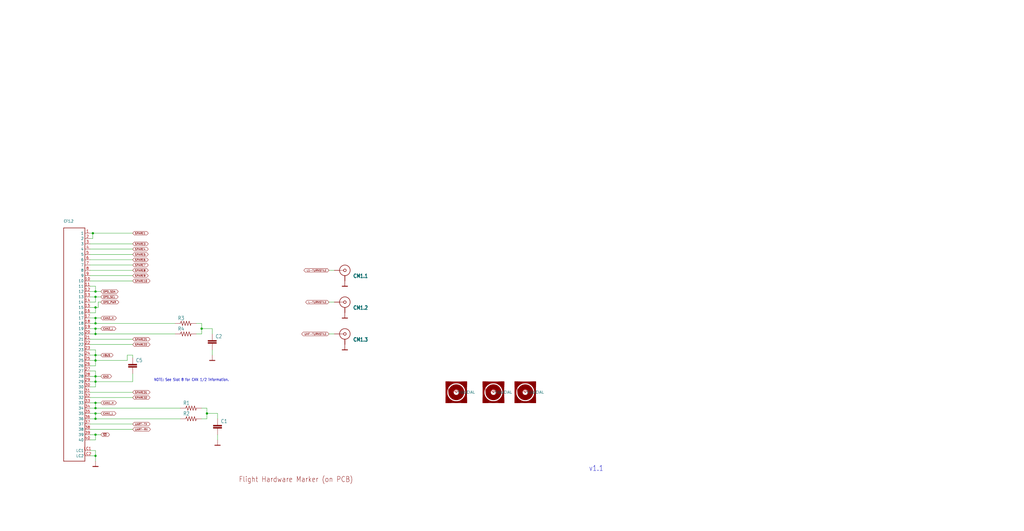
<source format=kicad_sch>
(kicad_sch (version 20211123) (generator eeschema)
  (paper "User" 490.22 254.406)
  (lib_symbols
    (symbol "oresat-backplane-1u-eagle-import:C-EU0603-C-NOSILK"
      (property "Reference" "C" (at 1.524 0.381 0))
      (property "Value" "C-EU0603-C-NOSILK" (at 1.524 -4.699 0))
      (symbol "C-EU0603-C-NOSILK_1_0"
        (rectangle (start -2.032 -2.032) (end 2.032 -1.524) (fill (type outline)))
        (rectangle (start -2.032 -1.016) (end 2.032 -0.508) (fill (type outline)))
        (polyline (pts (xy 0 -2.54) (xy 0 -2.032)) (stroke (width 0.1524)))
        (polyline (pts (xy 0 0) (xy 0 -0.508)) (stroke (width 0.1524)))
        (pin passive line (at 0 2.54 270) (length 2.54) (name "1") (number "1"))
        (pin passive line (at 0 -5.08 90) (length 2.54) (name "2") (number "2"))
      )
    )
    (symbol "oresat-backplane-1u-eagle-import:C-EU1206-B"
      (property "Reference" "C" (at 1.524 0.381 0))
      (property "Value" "C-EU1206-B" (at 1.524 -4.699 0))
      (symbol "C-EU1206-B_1_0"
        (rectangle (start -2.032 -2.032) (end 2.032 -1.524) (fill (type outline)))
        (rectangle (start -2.032 -1.016) (end 2.032 -0.508) (fill (type outline)))
        (polyline (pts (xy 0 -2.54) (xy 0 -2.032)) (stroke (width 0.1524)))
        (polyline (pts (xy 0 0) (xy 0 -0.508)) (stroke (width 0.1524)))
        (pin passive line (at 0 2.54 270) (length 2.54) (name "1") (number "1"))
        (pin passive line (at 0 -5.08 90) (length 2.54) (name "2") (number "2"))
      )
    )
    (symbol "oresat-backplane-1u-eagle-import:FIDUCIAL-1.0X2.0"
      (symbol "FIDUCIAL-1.0X2.0_1_0"
        (rectangle (start -5.08 -5.08) (end -3.556 -2.54) (fill (type outline)))
        (rectangle (start -5.08 -5.08) (end -2.54 -3.556) (fill (type outline)))
        (rectangle (start -5.08 2.54) (end -3.556 5.08) (fill (type outline)))
        (rectangle (start -5.08 3.556) (end -2.54 5.08) (fill (type outline)))
        (polyline (pts (xy -5.08 -5.08) (xy -5.08 5.08)) (stroke (width 0.127)))
        (polyline (pts (xy -5.08 -5.08) (xy 5.08 -5.08)) (stroke (width 0.127)))
        (polyline (pts (xy -5.08 5.08) (xy 5.08 5.08)) (stroke (width 0.127)))
        (polyline (pts (xy -4.699 2.54) (xy -4.699 -2.54)) (stroke (width 0.762)))
        (polyline (pts (xy -2.54 -4.699) (xy 2.54 -4.699)) (stroke (width 0.762)))
        (polyline (pts (xy -2.54 4.699) (xy 2.54 4.699)) (stroke (width 0.762)))
        (polyline (pts (xy 4.699 -2.54) (xy 4.699 2.54)) (stroke (width 0.762)))
        (polyline (pts (xy 5.08 5.08) (xy 5.08 -5.08)) (stroke (width 0.127)))
        (circle (center 0 0) (radius 2.54) (stroke (width 2.54)))
        (circle (center 0 0) (radius 4.699) (stroke (width 0.762)))
        (rectangle (start 2.54 -5.08) (end 5.08 -3.556) (fill (type outline)))
        (rectangle (start 2.54 3.556) (end 5.08 5.08) (fill (type outline)))
        (rectangle (start 3.556 -5.08) (end 5.08 -2.54) (fill (type outline)))
        (rectangle (start 3.556 2.54) (end 5.08 5.08) (fill (type outline)))
        (pin no_connect line (at 0 0 0) (length 0) (name "FIDUCIAL") (number "FIDUCIAL"))
      )
    )
    (symbol "oresat-backplane-1u-eagle-import:FLIGHMARKERNEW"
      (symbol "FLIGHMARKERNEW_1_0"
        (text "Flight Hardware Marker (on PCB)" (at 0 0 0) (effects (font (size 2.54 2.159)) (justify left bottom)))
      )
    )
    (symbol "oresat-backplane-1u-eagle-import:GND" (power)
      (symbol "GND_1_0"
        (polyline (pts (xy -1.27 -2.54) (xy 1.27 -2.54)) (stroke (width 0.4064)))
        (pin power_in line (at 0 0 270) (length 2.54) (name "GND") (number "1"))
      )
    )
    (symbol "oresat-backplane-1u-eagle-import:J-MOLEX-SMPM-73300-0111X"
      (property "Reference" "CM" (at 3.81 -3.81 0))
      (property "Value" "J-MOLEX-SMPM-73300-0111X" (at 3.81 -6.35 0))
      (symbol "J-MOLEX-SMPM-73300-0111X_1_0"
        (polyline (pts (xy -2.54 0) (xy -0.635 0)) (stroke (width 0.1524)))
        (circle (center 0 0) (radius 0.635) (stroke (width 0.254)))
        (circle (center 0 0) (radius 2.54) (stroke (width 0.254)))
        (pin passive line (at 0 -5.08 90) (length 2.54) (name "SHIELD1") (number "P$1"))
        (pin passive line (at 0 -5.08 90) (length 2.54) (name "SHIELD1") (number "P$2"))
        (pin passive line (at 0 -5.08 90) (length 2.54) (name "SHIELD1") (number "P$3"))
        (pin passive line (at 0 -5.08 90) (length 2.54) (name "SHIELD1") (number "P$4"))
        (pin passive line (at -5.08 0 0) (length 2.54) (name "RF") (number "RF-DOWN"))
      )
    )
    (symbol "oresat-backplane-1u-eagle-import:R-US_1206-C"
      (property "Reference" "R" (at -3.81 1.4986 0))
      (property "Value" "R-US_1206-C" (at -3.81 -3.302 0))
      (symbol "R-US_1206-C_1_0"
        (polyline (pts (xy -2.54 0) (xy -2.159 1.016)) (stroke (width 0.2032)))
        (polyline (pts (xy -2.159 1.016) (xy -1.524 -1.016)) (stroke (width 0.2032)))
        (polyline (pts (xy -1.524 -1.016) (xy -0.889 1.016)) (stroke (width 0.2032)))
        (polyline (pts (xy -0.889 1.016) (xy -0.254 -1.016)) (stroke (width 0.2032)))
        (polyline (pts (xy -0.254 -1.016) (xy 0.381 1.016)) (stroke (width 0.2032)))
        (polyline (pts (xy 0.381 1.016) (xy 1.016 -1.016)) (stroke (width 0.2032)))
        (polyline (pts (xy 1.016 -1.016) (xy 1.651 1.016)) (stroke (width 0.2032)))
        (polyline (pts (xy 1.651 1.016) (xy 2.286 -1.016)) (stroke (width 0.2032)))
        (polyline (pts (xy 2.286 -1.016) (xy 2.54 0)) (stroke (width 0.2032)))
        (pin passive line (at -5.08 0 0) (length 2.54) (name "1") (number "1"))
        (pin passive line (at 5.08 0 180) (length 2.54) (name "2") (number "2"))
      )
    )
    (symbol "oresat-backplane-1u-eagle-import:SFM-120-X1-XXX-D"
      (property "Reference" "J" (at -2.54 50.8 0))
      (property "Value" "SFM-120-X1-XXX-D" (at -2.54 49.53 0))
      (symbol "SFM-120-X1-XXX-D_1_0"
        (polyline (pts (xy -2.54 -63.5) (xy -2.54 48.26)) (stroke (width 0.254)))
        (polyline (pts (xy -2.54 48.26) (xy 7.62 48.26)) (stroke (width 0.254)))
        (polyline (pts (xy 7.62 -63.5) (xy -2.54 -63.5)) (stroke (width 0.254)))
        (polyline (pts (xy 7.62 48.26) (xy 7.62 -63.5)) (stroke (width 0.254)))
        (pin passive line (at 10.16 45.72 180) (length 2.54) (name "1") (number "1"))
        (pin passive line (at 10.16 22.86 180) (length 2.54) (name "10") (number "10"))
        (pin passive line (at 10.16 20.32 180) (length 2.54) (name "11") (number "11"))
        (pin passive line (at 10.16 17.78 180) (length 2.54) (name "12") (number "12"))
        (pin passive line (at 10.16 15.24 180) (length 2.54) (name "13") (number "13"))
        (pin passive line (at 10.16 12.7 180) (length 2.54) (name "14") (number "14"))
        (pin passive line (at 10.16 10.16 180) (length 2.54) (name "15") (number "15"))
        (pin passive line (at 10.16 7.62 180) (length 2.54) (name "16") (number "16"))
        (pin passive line (at 10.16 5.08 180) (length 2.54) (name "17") (number "17"))
        (pin passive line (at 10.16 2.54 180) (length 2.54) (name "18") (number "18"))
        (pin passive line (at 10.16 0 180) (length 2.54) (name "19") (number "19"))
        (pin passive line (at 10.16 43.18 180) (length 2.54) (name "2") (number "2"))
        (pin passive line (at 10.16 -2.54 180) (length 2.54) (name "20") (number "20"))
        (pin passive line (at 10.16 -5.08 180) (length 2.54) (name "21") (number "21"))
        (pin passive line (at 10.16 -7.62 180) (length 2.54) (name "22") (number "22"))
        (pin passive line (at 10.16 -10.16 180) (length 2.54) (name "23") (number "23"))
        (pin passive line (at 10.16 -12.7 180) (length 2.54) (name "24") (number "24"))
        (pin passive line (at 10.16 -15.24 180) (length 2.54) (name "25") (number "25"))
        (pin passive line (at 10.16 -17.78 180) (length 2.54) (name "26") (number "26"))
        (pin passive line (at 10.16 -20.32 180) (length 2.54) (name "27") (number "27"))
        (pin passive line (at 10.16 -22.86 180) (length 2.54) (name "28") (number "28"))
        (pin passive line (at 10.16 -25.4 180) (length 2.54) (name "29") (number "29"))
        (pin passive line (at 10.16 40.64 180) (length 2.54) (name "3") (number "3"))
        (pin passive line (at 10.16 -27.94 180) (length 2.54) (name "30") (number "30"))
        (pin passive line (at 10.16 -30.48 180) (length 2.54) (name "31") (number "31"))
        (pin passive line (at 10.16 -33.02 180) (length 2.54) (name "32") (number "32"))
        (pin passive line (at 10.16 -35.56 180) (length 2.54) (name "33") (number "33"))
        (pin passive line (at 10.16 -38.1 180) (length 2.54) (name "34") (number "34"))
        (pin passive line (at 10.16 -40.64 180) (length 2.54) (name "35") (number "35"))
        (pin passive line (at 10.16 -43.18 180) (length 2.54) (name "36") (number "36"))
        (pin passive line (at 10.16 -45.72 180) (length 2.54) (name "37") (number "37"))
        (pin passive line (at 10.16 -48.26 180) (length 2.54) (name "38") (number "38"))
        (pin passive line (at 10.16 -50.8 180) (length 2.54) (name "39") (number "39"))
        (pin passive line (at 10.16 38.1 180) (length 2.54) (name "4") (number "4"))
        (pin passive line (at 10.16 -53.34 180) (length 2.54) (name "40") (number "40"))
        (pin passive line (at 10.16 35.56 180) (length 2.54) (name "5") (number "5"))
        (pin passive line (at 10.16 33.02 180) (length 2.54) (name "6") (number "6"))
        (pin passive line (at 10.16 30.48 180) (length 2.54) (name "7") (number "7"))
        (pin passive line (at 10.16 27.94 180) (length 2.54) (name "8") (number "8"))
        (pin passive line (at 10.16 25.4 180) (length 2.54) (name "9") (number "9"))
        (pin passive line (at 10.16 -58.42 180) (length 2.54) (name "LC1") (number "LC1"))
        (pin passive line (at 10.16 -60.96 180) (length 2.54) (name "LC2") (number "LC2"))
      )
    )
  )
  (junction (at 45.72 182.88))
  (junction (at 45.72 154.94))
  (junction (at 45.72 193.04))
  (junction (at 44.45 111.76))
  (junction (at 45.72 147.32))
  (junction (at 96.52 157.48))
  (junction (at 45.72 170.18))
  (junction (at 45.72 157.48))
  (junction (at 45.72 180.34))
  (junction (at 45.72 198.12))
  (junction (at 45.72 142.24))
  (junction (at 45.72 160.02))
  (junction (at 45.72 152.4))
  (junction (at 45.72 195.58))
  (junction (at 45.72 208.28))
  (junction (at 45.72 200.66))
  (junction (at 99.06 198.12))
  (junction (at 45.72 172.72))
  (junction (at 45.72 218.44))
  (junction (at 45.72 139.7))
  (wire (pts (xy 45.72 175.26) (xy 43.18 175.26)))
  (wire (pts (xy 45.72 208.28) (xy 43.18 208.28)))
  (wire (pts (xy 45.72 170.18) (xy 43.18 170.18)))
  (wire (pts (xy 45.72 185.42) (xy 45.72 182.88)))
  (wire (pts (xy 43.18 142.24) (xy 45.72 142.24)))
  (wire (pts (xy 48.26 157.48) (xy 45.72 157.48)))
  (wire (pts (xy 45.72 195.58) (xy 45.72 193.04)))
  (wire (pts (xy 160.02 129.54) (xy 157.48 129.54)))
  (wire (pts (xy 43.18 165.1) (xy 63.5 165.1)))
  (wire (pts (xy 45.72 137.16) (xy 43.18 137.16)))
  (wire (pts (xy 43.18 195.58) (xy 45.72 195.58)))
  (wire (pts (xy 45.72 200.66) (xy 86.36 200.66)))
  (wire (pts (xy 45.72 167.64) (xy 45.72 170.18)))
  (wire (pts (xy 45.72 147.32) (xy 43.18 147.32)))
  (wire (pts (xy 43.18 167.64) (xy 45.72 167.64)))
  (wire (pts (xy 99.06 200.66) (xy 96.52 200.66)))
  (wire (pts (xy 93.98 154.94) (xy 96.52 154.94)))
  (wire (pts (xy 48.26 139.7) (xy 45.72 139.7)))
  (wire (pts (xy 45.72 157.48) (xy 43.18 157.48)))
  (wire (pts (xy 101.6 167.64) (xy 101.6 170.18)))
  (wire (pts (xy 43.18 134.62) (xy 63.5 134.62)))
  (wire (pts (xy 45.72 177.8) (xy 45.72 180.34)))
  (wire (pts (xy 45.72 182.88) (xy 63.5 182.88)))
  (wire (pts (xy 43.18 203.2) (xy 63.5 203.2)))
  (wire (pts (xy 45.72 218.44) (xy 45.72 220.98)))
  (wire (pts (xy 60.96 170.18) (xy 63.5 170.18)))
  (wire (pts (xy 48.26 180.34) (xy 45.72 180.34)))
  (wire (pts (xy 43.18 185.42) (xy 45.72 185.42)))
  (wire (pts (xy 48.26 144.78) (xy 46.99 144.78)))
  (wire (pts (xy 43.18 124.46) (xy 63.5 124.46)))
  (wire (pts (xy 45.72 172.72) (xy 45.72 175.26)))
  (wire (pts (xy 43.18 139.7) (xy 45.72 139.7)))
  (wire (pts (xy 45.72 160.02) (xy 83.82 160.02)))
  (wire (pts (xy 43.18 132.08) (xy 63.5 132.08)))
  (wire (pts (xy 48.26 193.04) (xy 45.72 193.04)))
  (wire (pts (xy 63.5 170.18) (xy 63.5 171.45)))
  (wire (pts (xy 45.72 172.72) (xy 43.18 172.72)))
  (wire (pts (xy 46.99 144.78) (xy 46.99 147.32)))
  (wire (pts (xy 45.72 180.34) (xy 45.72 182.88)))
  (wire (pts (xy 43.18 129.54) (xy 63.5 129.54)))
  (wire (pts (xy 96.52 157.48) (xy 96.52 160.02)))
  (wire (pts (xy 46.99 147.32) (xy 45.72 147.32)))
  (wire (pts (xy 45.72 152.4) (xy 43.18 152.4)))
  (wire (pts (xy 43.18 114.3) (xy 44.45 114.3)))
  (wire (pts (xy 45.72 198.12) (xy 43.18 198.12)))
  (wire (pts (xy 96.52 157.48) (xy 101.6 157.48)))
  (wire (pts (xy 43.18 205.74) (xy 63.5 205.74)))
  (wire (pts (xy 45.72 152.4) (xy 45.72 154.94)))
  (wire (pts (xy 45.72 139.7) (xy 45.72 137.16)))
  (wire (pts (xy 63.5 182.88) (xy 63.5 179.07)))
  (wire (pts (xy 43.18 190.5) (xy 63.5 190.5)))
  (wire (pts (xy 43.18 162.56) (xy 63.5 162.56)))
  (wire (pts (xy 45.72 144.78) (xy 43.18 144.78)))
  (wire (pts (xy 43.18 111.76) (xy 44.45 111.76)))
  (wire (pts (xy 45.72 172.72) (xy 60.96 172.72)))
  (wire (pts (xy 104.14 200.66) (xy 104.14 198.12)))
  (wire (pts (xy 43.18 200.66) (xy 45.72 200.66)))
  (wire (pts (xy 43.18 180.34) (xy 45.72 180.34)))
  (wire (pts (xy 43.18 210.82) (xy 45.72 210.82)))
  (wire (pts (xy 43.18 215.9) (xy 45.72 215.9)))
  (wire (pts (xy 45.72 170.18) (xy 45.72 172.72)))
  (wire (pts (xy 43.18 121.92) (xy 63.5 121.92)))
  (wire (pts (xy 43.18 177.8) (xy 45.72 177.8)))
  (wire (pts (xy 45.72 215.9) (xy 45.72 218.44)))
  (wire (pts (xy 45.72 149.86) (xy 45.72 147.32)))
  (wire (pts (xy 43.18 187.96) (xy 63.5 187.96)))
  (wire (pts (xy 45.72 142.24) (xy 45.72 144.78)))
  (wire (pts (xy 48.26 208.28) (xy 45.72 208.28)))
  (wire (pts (xy 45.72 195.58) (xy 86.36 195.58)))
  (wire (pts (xy 43.18 119.38) (xy 63.5 119.38)))
  (wire (pts (xy 99.06 195.58) (xy 99.06 198.12)))
  (wire (pts (xy 45.72 182.88) (xy 43.18 182.88)))
  (wire (pts (xy 160.02 144.78) (xy 157.48 144.78)))
  (wire (pts (xy 101.6 157.48) (xy 101.6 160.02)))
  (wire (pts (xy 104.14 208.28) (xy 104.14 210.82)))
  (wire (pts (xy 96.52 195.58) (xy 99.06 195.58)))
  (wire (pts (xy 99.06 198.12) (xy 104.14 198.12)))
  (wire (pts (xy 45.72 142.24) (xy 48.26 142.24)))
  (wire (pts (xy 45.72 157.48) (xy 45.72 160.02)))
  (wire (pts (xy 43.18 127) (xy 63.5 127)))
  (wire (pts (xy 44.45 111.76) (xy 63.5 111.76)))
  (wire (pts (xy 45.72 193.04) (xy 43.18 193.04)))
  (wire (pts (xy 96.52 160.02) (xy 93.98 160.02)))
  (wire (pts (xy 45.72 210.82) (xy 45.72 208.28)))
  (wire (pts (xy 45.72 154.94) (xy 83.82 154.94)))
  (wire (pts (xy 45.72 200.66) (xy 45.72 198.12)))
  (wire (pts (xy 43.18 218.44) (xy 45.72 218.44)))
  (wire (pts (xy 48.26 170.18) (xy 45.72 170.18)))
  (wire (pts (xy 96.52 154.94) (xy 96.52 157.48)))
  (wire (pts (xy 160.02 160.02) (xy 157.48 160.02)))
  (wire (pts (xy 44.45 114.3) (xy 44.45 111.76)))
  (wire (pts (xy 43.18 154.94) (xy 45.72 154.94)))
  (wire (pts (xy 48.26 152.4) (xy 45.72 152.4)))
  (wire (pts (xy 43.18 160.02) (xy 45.72 160.02)))
  (wire (pts (xy 48.26 198.12) (xy 45.72 198.12)))
  (wire (pts (xy 43.18 116.84) (xy 63.5 116.84)))
  (wire (pts (xy 99.06 198.12) (xy 99.06 200.66)))
  (wire (pts (xy 43.18 149.86) (xy 45.72 149.86)))
  (wire (pts (xy 60.96 172.72) (xy 60.96 170.18)))
  (text "v1.1" (at 281.94 226.06 180) (effects (font (size 2.54 2.159)) (justify left bottom)))
  (text "NOTE: See Slot 8 for CAN 1/2 information." (at 73.66 182.88 180) (effects (font (size 1.27 1.0795)) (justify left bottom)))
  (global_label "OPD_SCL" (shape bidirectional) (at 48.26 142.24 0) (effects (font (size 0.889 0.889))) (property "Intersheet References" "${INTERSHEET_REFS}" (effects hide)))
  (global_label "SPARE5" (shape bidirectional) (at 63.5 121.92 0) (effects (font (size 0.889 0.889))) (property "Intersheet References" "${INTERSHEET_REFS}" (effects hide)))
  (global_label "UHF-TURNSTILE" (shape bidirectional) (at 157.48 160.02 180) (effects (font (size 0.889 0.889))) (property "Intersheet References" "${INTERSHEET_REFS}" (effects hide)))
  (global_label "SPARE32" (shape bidirectional) (at 63.5 190.5 0) (effects (font (size 0.889 0.889))) (property "Intersheet References" "${INTERSHEET_REFS}" (effects hide)))
  (global_label "CAN2_H" (shape bidirectional) (at 48.26 152.4 0) (effects (font (size 0.889 0.889))) (property "Intersheet References" "${INTERSHEET_REFS}" (effects hide)))
  (global_label "CAN1_L" (shape bidirectional) (at 48.26 198.12 0) (effects (font (size 0.889 0.889))) (property "Intersheet References" "${INTERSHEET_REFS}" (effects hide)))
  (global_label "L1-TURNSTILE" (shape bidirectional) (at 157.48 129.54 180) (effects (font (size 0.889 0.889))) (property "Intersheet References" "${INTERSHEET_REFS}" (effects hide)))
  (global_label "SPARE6" (shape bidirectional) (at 63.5 124.46 0) (effects (font (size 0.889 0.889))) (property "Intersheet References" "${INTERSHEET_REFS}" (effects hide)))
  (global_label "OPD_PWR" (shape bidirectional) (at 48.26 144.78 0) (effects (font (size 0.889 0.889))) (property "Intersheet References" "${INTERSHEET_REFS}" (effects hide)))
  (global_label "SPARE3" (shape bidirectional) (at 63.5 116.84 0) (effects (font (size 0.889 0.889))) (property "Intersheet References" "${INTERSHEET_REFS}" (effects hide)))
  (global_label "SPARE9" (shape bidirectional) (at 63.5 132.08 0) (effects (font (size 0.889 0.889))) (property "Intersheet References" "${INTERSHEET_REFS}" (effects hide)))
  (global_label "VBUS" (shape bidirectional) (at 48.26 170.18 0) (effects (font (size 0.889 0.889))) (property "Intersheet References" "${INTERSHEET_REFS}" (effects hide)))
  (global_label "~{SD}" (shape bidirectional) (at 48.26 208.28 0) (effects (font (size 0.889 0.889))) (property "Intersheet References" "${INTERSHEET_REFS}" (effects hide)))
  (global_label "SPARE10" (shape bidirectional) (at 63.5 134.62 0) (effects (font (size 0.889 0.889))) (property "Intersheet References" "${INTERSHEET_REFS}" (effects hide)))
  (global_label "CAN2_L" (shape bidirectional) (at 48.26 157.48 0) (effects (font (size 0.889 0.889))) (property "Intersheet References" "${INTERSHEET_REFS}" (effects hide)))
  (global_label "SPARE22" (shape bidirectional) (at 63.5 165.1 0) (effects (font (size 0.889 0.889))) (property "Intersheet References" "${INTERSHEET_REFS}" (effects hide)))
  (global_label "SPARE21" (shape bidirectional) (at 63.5 162.56 0) (effects (font (size 0.889 0.889))) (property "Intersheet References" "${INTERSHEET_REFS}" (effects hide)))
  (global_label "UART-RX" (shape bidirectional) (at 63.5 205.74 0) (effects (font (size 0.889 0.889))) (property "Intersheet References" "${INTERSHEET_REFS}" (effects hide)))
  (global_label "GND" (shape bidirectional) (at 48.26 180.34 0) (effects (font (size 0.889 0.889))) (property "Intersheet References" "${INTERSHEET_REFS}" (effects hide)))
  (global_label "UART-TX" (shape bidirectional) (at 63.5 203.2 0) (effects (font (size 0.889 0.889))) (property "Intersheet References" "${INTERSHEET_REFS}" (effects hide)))
  (global_label "SPARE31" (shape bidirectional) (at 63.5 187.96 0) (effects (font (size 0.889 0.889))) (property "Intersheet References" "${INTERSHEET_REFS}" (effects hide)))
  (global_label "SPARE8" (shape bidirectional) (at 63.5 129.54 0) (effects (font (size 0.889 0.889))) (property "Intersheet References" "${INTERSHEET_REFS}" (effects hide)))
  (global_label "L-TURNSTILE" (shape bidirectional) (at 157.48 144.78 180) (effects (font (size 0.889 0.889))) (property "Intersheet References" "${INTERSHEET_REFS}" (effects hide)))
  (global_label "SPARE1" (shape bidirectional) (at 63.5 111.76 0) (effects (font (size 0.889 0.889))) (property "Intersheet References" "${INTERSHEET_REFS}" (effects hide)))
  (global_label "OPD_SDA" (shape bidirectional) (at 48.26 139.7 0) (effects (font (size 0.889 0.889))) (property "Intersheet References" "${INTERSHEET_REFS}" (effects hide)))
  (global_label "SPARE7" (shape bidirectional) (at 63.5 127 0) (effects (font (size 0.889 0.889))) (property "Intersheet References" "${INTERSHEET_REFS}" (effects hide)))
  (global_label "SPARE4" (shape bidirectional) (at 63.5 119.38 0) (effects (font (size 0.889 0.889))) (property "Intersheet References" "${INTERSHEET_REFS}" (effects hide)))
  (global_label "CAN1_H" (shape bidirectional) (at 48.26 193.04 0) (effects (font (size 0.889 0.889))) (property "Intersheet References" "${INTERSHEET_REFS}" (effects hide)))
  (symbol (lib_id "oresat-backplane-1u-eagle-import:FLIGHMARKERNEW") (at 114.3 231.14 0) (unit 1)
    (property "Reference" "U$1" (effects hide))
  )
  (symbol (lib_id "oresat-backplane-1u-eagle-import:FIDUCIAL-1.0X2.0") (at 218.44 187.96 0) (unit 1)
    (property "Reference" "FIDUCIAL1" (effects hide))
  )
  (symbol (lib_id "oresat-backplane-1u-eagle-import:J-MOLEX-SMPM-73300-0111X") (at 165.1 144.78 0) (unit 1)
    (property "Reference" "CM1.2" (at 168.91 148.59 0) (effects (font (size 1.778 1.5113) bold) (justify left bottom)))
  )
  (symbol (lib_id "oresat-backplane-1u-eagle-import:J-MOLEX-SMPM-73300-0111X") (at 165.1 129.54 0) (unit 1)
    (property "Reference" "CM1.1" (at 168.91 133.35 0) (effects (font (size 1.778 1.5113) bold) (justify left bottom)))
  )
  (symbol (lib_id "oresat-backplane-1u-eagle-import:C-EU0603-C-NOSILK") (at 104.14 203.2 0) (unit 1)
    (property "Reference" "C1" (at 105.664 202.819 0) (effects (font (size 1.778 1.5113)) (justify left bottom)))
  )
  (symbol (lib_id "oresat-backplane-1u-eagle-import:SFM-120-X1-XXX-D") (at 33.02 157.48 0) (unit 1)
    (property "Reference" "CF1.2" (at 30.48 106.68 0) (effects (font (size 1.27 1.0795)) (justify left bottom)))
  )
  (symbol (lib_id "oresat-backplane-1u-eagle-import:R-US_1206-C") (at 88.9 160.02 0) (unit 1)
    (property "Reference" "R4" (at 85.09 158.5214 0) (effects (font (size 1.778 1.5113)) (justify left bottom)))
  )
  (symbol (lib_id "oresat-backplane-1u-eagle-import:GND") (at 165.1 165.1 0) (unit 1)
    (property "Reference" "#GND3" (effects hide))
  )
  (symbol (lib_id "oresat-backplane-1u-eagle-import:R-US_1206-C") (at 88.9 154.94 0) (unit 1)
    (property "Reference" "R3" (at 85.09 153.4414 0) (effects (font (size 1.778 1.5113)) (justify left bottom)))
  )
  (symbol (lib_id "oresat-backplane-1u-eagle-import:FIDUCIAL-1.0X2.0") (at 251.46 187.96 0) (unit 1)
    (property "Reference" "FIDUCIAL3" (effects hide))
  )
  (symbol (lib_id "oresat-backplane-1u-eagle-import:GND") (at 104.14 210.82 0) (unit 1)
    (property "Reference" "#GND16" (effects hide))
  )
  (symbol (lib_id "oresat-backplane-1u-eagle-import:C-EU0603-C-NOSILK") (at 101.6 162.56 0) (unit 1)
    (property "Reference" "C2" (at 103.124 162.179 0) (effects (font (size 1.778 1.5113)) (justify left bottom)))
  )
  (symbol (lib_id "oresat-backplane-1u-eagle-import:GND") (at 165.1 134.62 0) (unit 1)
    (property "Reference" "#GND14" (effects hide))
  )
  (symbol (lib_id "oresat-backplane-1u-eagle-import:C-EU1206-B") (at 63.5 173.99 0) (unit 1)
    (property "Reference" "C5" (at 65.024 173.609 0) (effects (font (size 1.778 1.5113)) (justify left bottom)))
  )
  (symbol (lib_id "oresat-backplane-1u-eagle-import:R-US_1206-C") (at 91.44 195.58 0) (unit 1)
    (property "Reference" "R1" (at 87.63 194.0814 0) (effects (font (size 1.778 1.5113)) (justify left bottom)))
  )
  (symbol (lib_id "oresat-backplane-1u-eagle-import:GND") (at 101.6 170.18 0) (unit 1)
    (property "Reference" "#GND15" (effects hide))
  )
  (symbol (lib_id "oresat-backplane-1u-eagle-import:J-MOLEX-SMPM-73300-0111X") (at 165.1 160.02 0) (unit 1)
    (property "Reference" "CM1.3" (at 168.91 163.83 0) (effects (font (size 1.778 1.5113) bold) (justify left bottom)))
  )
  (symbol (lib_id "oresat-backplane-1u-eagle-import:R-US_1206-C") (at 91.44 200.66 0) (unit 1)
    (property "Reference" "R2" (at 87.63 199.1614 0) (effects (font (size 1.778 1.5113)) (justify left bottom)))
  )
  (symbol (lib_id "oresat-backplane-1u-eagle-import:GND") (at 165.1 149.86 0) (unit 1)
    (property "Reference" "#GND2" (effects hide))
  )
  (symbol (lib_id "oresat-backplane-1u-eagle-import:FIDUCIAL-1.0X2.0") (at 236.22 187.96 0) (unit 1)
    (property "Reference" "FIDUCIAL2" (effects hide))
  )
  (symbol (lib_id "oresat-backplane-1u-eagle-import:GND") (at 45.72 220.98 0) (unit 1)
    (property "Reference" "#GND90" (effects hide))
  )
)
</source>
